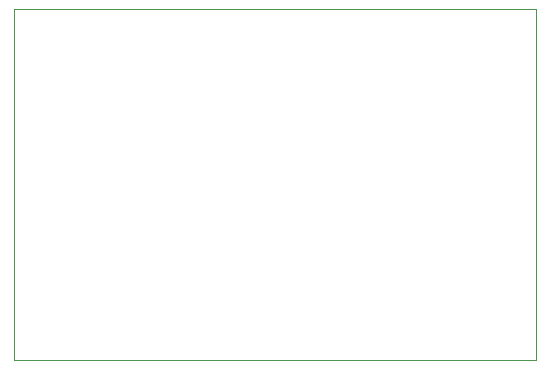
<source format=gko>
%FSLAX44Y44*%
%MOMM*%
G71*
G01*
G75*
G04 Layer_Color=16711935*
%ADD10R,1.4000X1.6000*%
%ADD11R,1.9000X1.9000*%
%ADD12R,1.3500X0.4000*%
%ADD13C,0.4000*%
%ADD14O,1.6000X0.9000*%
%ADD15O,2.0000X1.2500*%
%ADD16O,2.0000X1.2500*%
%ADD17C,1.4000*%
%ADD18C,2.7000*%
%ADD19R,2.0000X2.0000*%
%ADD20C,2.0000*%
%ADD21C,0.9000*%
%ADD22R,1.0000X1.0000*%
%ADD23C,1.0000*%
%ADD24C,1.5000*%
%ADD25R,1.5000X1.5000*%
%ADD26C,3.0000*%
%ADD27C,1.2700*%
%ADD28C,0.2000*%
%ADD29C,0.1000*%
%ADD30C,0.1500*%
%ADD31R,0.8000X2.8000*%
%ADD32R,1.5000X1.7000*%
%ADD33R,2.0000X2.0000*%
%ADD34R,1.4500X0.5000*%
%ADD35O,1.8000X1.1000*%
%ADD36O,2.2000X1.4500*%
%ADD37O,2.2000X1.4500*%
%ADD38C,1.6000*%
%ADD39C,2.9000*%
%ADD40R,2.2000X2.2000*%
%ADD41C,2.2000*%
%ADD42C,1.1000*%
%ADD43R,1.2000X1.2000*%
%ADD44C,1.2000*%
%ADD45C,1.7000*%
%ADD46R,1.7000X1.7000*%
%ADD47C,3.2000*%
%ADD48C,1.4700*%
D29*
X379730Y531500D02*
Y828500D01*
X821750D01*
X379730Y531500D02*
X821750D01*
Y828500D01*
M02*

</source>
